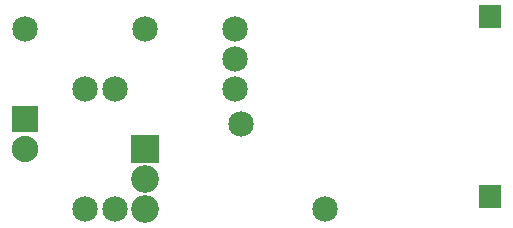
<source format=gts>
G04 MADE WITH FRITZING*
G04 WWW.FRITZING.ORG*
G04 DOUBLE SIDED*
G04 HOLES PLATED*
G04 CONTOUR ON CENTER OF CONTOUR VECTOR*
%ASAXBY*%
%FSLAX23Y23*%
%MOIN*%
%OFA0B0*%
%SFA1.0B1.0*%
%ADD10C,0.075000*%
%ADD11C,0.085000*%
%ADD12C,0.088000*%
%ADD13C,0.092000*%
%ADD14R,0.088000X0.088000*%
%ADD15R,0.092000X0.092000*%
%ADD16R,0.001000X0.001000*%
%LNMASK1*%
G90*
G70*
G54D10*
X1888Y809D03*
X1888Y209D03*
X1888Y809D03*
X1888Y209D03*
G54D11*
X1039Y569D03*
X1039Y669D03*
X1039Y769D03*
X339Y769D03*
X739Y769D03*
G54D12*
X339Y469D03*
X339Y369D03*
G54D13*
X739Y369D03*
X739Y269D03*
X739Y169D03*
G54D11*
X639Y569D03*
X639Y169D03*
X539Y169D03*
X539Y569D03*
X1339Y169D03*
X1056Y452D03*
G54D14*
X339Y469D03*
G54D15*
X739Y369D03*
G54D16*
X1850Y847D02*
X1924Y847D01*
X1850Y846D02*
X1924Y846D01*
X1850Y845D02*
X1924Y845D01*
X1850Y844D02*
X1924Y844D01*
X1850Y843D02*
X1924Y843D01*
X1850Y842D02*
X1924Y842D01*
X1850Y841D02*
X1924Y841D01*
X1850Y840D02*
X1924Y840D01*
X1850Y839D02*
X1924Y839D01*
X1850Y838D02*
X1924Y838D01*
X1850Y837D02*
X1924Y837D01*
X1850Y836D02*
X1924Y836D01*
X1850Y835D02*
X1924Y835D01*
X1850Y834D02*
X1924Y834D01*
X1850Y833D02*
X1924Y833D01*
X1850Y832D02*
X1924Y832D01*
X1850Y831D02*
X1924Y831D01*
X1850Y830D02*
X1924Y830D01*
X1850Y829D02*
X1924Y829D01*
X1850Y828D02*
X1924Y828D01*
X1850Y827D02*
X1885Y827D01*
X1889Y827D02*
X1924Y827D01*
X1850Y826D02*
X1880Y826D01*
X1894Y826D02*
X1924Y826D01*
X1850Y825D02*
X1878Y825D01*
X1896Y825D02*
X1924Y825D01*
X1850Y824D02*
X1877Y824D01*
X1898Y824D02*
X1924Y824D01*
X1850Y823D02*
X1875Y823D01*
X1899Y823D02*
X1924Y823D01*
X1850Y822D02*
X1874Y822D01*
X1900Y822D02*
X1924Y822D01*
X1850Y821D02*
X1873Y821D01*
X1901Y821D02*
X1924Y821D01*
X1850Y820D02*
X1873Y820D01*
X1902Y820D02*
X1924Y820D01*
X1850Y819D02*
X1872Y819D01*
X1902Y819D02*
X1924Y819D01*
X1850Y818D02*
X1871Y818D01*
X1903Y818D02*
X1924Y818D01*
X1850Y817D02*
X1871Y817D01*
X1904Y817D02*
X1924Y817D01*
X1850Y816D02*
X1870Y816D01*
X1904Y816D02*
X1924Y816D01*
X1850Y815D02*
X1870Y815D01*
X1904Y815D02*
X1924Y815D01*
X1850Y814D02*
X1870Y814D01*
X1905Y814D02*
X1924Y814D01*
X1850Y813D02*
X1869Y813D01*
X1905Y813D02*
X1924Y813D01*
X1850Y812D02*
X1869Y812D01*
X1905Y812D02*
X1924Y812D01*
X1850Y811D02*
X1869Y811D01*
X1905Y811D02*
X1924Y811D01*
X1850Y810D02*
X1869Y810D01*
X1905Y810D02*
X1924Y810D01*
X1850Y809D02*
X1869Y809D01*
X1905Y809D02*
X1924Y809D01*
X1850Y808D02*
X1869Y808D01*
X1905Y808D02*
X1924Y808D01*
X1850Y807D02*
X1869Y807D01*
X1905Y807D02*
X1924Y807D01*
X1850Y806D02*
X1869Y806D01*
X1905Y806D02*
X1924Y806D01*
X1850Y805D02*
X1870Y805D01*
X1904Y805D02*
X1924Y805D01*
X1850Y804D02*
X1870Y804D01*
X1904Y804D02*
X1924Y804D01*
X1850Y803D02*
X1870Y803D01*
X1904Y803D02*
X1924Y803D01*
X1850Y802D02*
X1871Y802D01*
X1903Y802D02*
X1924Y802D01*
X1850Y801D02*
X1871Y801D01*
X1903Y801D02*
X1924Y801D01*
X1850Y800D02*
X1872Y800D01*
X1902Y800D02*
X1924Y800D01*
X1850Y799D02*
X1873Y799D01*
X1901Y799D02*
X1924Y799D01*
X1850Y798D02*
X1874Y798D01*
X1901Y798D02*
X1924Y798D01*
X1850Y797D02*
X1875Y797D01*
X1900Y797D02*
X1924Y797D01*
X1850Y796D02*
X1876Y796D01*
X1898Y796D02*
X1924Y796D01*
X1850Y795D02*
X1877Y795D01*
X1897Y795D02*
X1924Y795D01*
X1850Y794D02*
X1879Y794D01*
X1895Y794D02*
X1924Y794D01*
X1850Y793D02*
X1881Y793D01*
X1893Y793D02*
X1924Y793D01*
X1850Y792D02*
X1924Y792D01*
X1850Y791D02*
X1924Y791D01*
X1850Y790D02*
X1924Y790D01*
X1850Y789D02*
X1924Y789D01*
X1850Y788D02*
X1924Y788D01*
X1850Y787D02*
X1924Y787D01*
X1850Y786D02*
X1924Y786D01*
X1850Y785D02*
X1924Y785D01*
X1850Y784D02*
X1924Y784D01*
X1850Y783D02*
X1924Y783D01*
X1850Y782D02*
X1924Y782D01*
X1850Y781D02*
X1924Y781D01*
X1850Y780D02*
X1924Y780D01*
X1850Y779D02*
X1924Y779D01*
X1850Y778D02*
X1924Y778D01*
X1850Y777D02*
X1924Y777D01*
X1850Y776D02*
X1924Y776D01*
X1850Y775D02*
X1924Y775D01*
X1850Y774D02*
X1924Y774D01*
X1850Y773D02*
X1924Y773D01*
X1850Y247D02*
X1924Y247D01*
X1850Y246D02*
X1924Y246D01*
X1850Y245D02*
X1924Y245D01*
X1850Y244D02*
X1924Y244D01*
X1850Y243D02*
X1924Y243D01*
X1850Y242D02*
X1924Y242D01*
X1850Y241D02*
X1924Y241D01*
X1850Y240D02*
X1924Y240D01*
X1850Y239D02*
X1924Y239D01*
X1850Y238D02*
X1924Y238D01*
X1850Y237D02*
X1924Y237D01*
X1850Y236D02*
X1924Y236D01*
X1850Y235D02*
X1924Y235D01*
X1850Y234D02*
X1924Y234D01*
X1850Y233D02*
X1924Y233D01*
X1850Y232D02*
X1924Y232D01*
X1850Y231D02*
X1924Y231D01*
X1850Y230D02*
X1924Y230D01*
X1850Y229D02*
X1924Y229D01*
X1850Y228D02*
X1924Y228D01*
X1850Y227D02*
X1882Y227D01*
X1893Y227D02*
X1924Y227D01*
X1850Y226D02*
X1879Y226D01*
X1895Y226D02*
X1924Y226D01*
X1850Y225D02*
X1877Y225D01*
X1897Y225D02*
X1924Y225D01*
X1850Y224D02*
X1876Y224D01*
X1898Y224D02*
X1924Y224D01*
X1850Y223D02*
X1875Y223D01*
X1900Y223D02*
X1924Y223D01*
X1850Y222D02*
X1874Y222D01*
X1901Y222D02*
X1924Y222D01*
X1850Y221D02*
X1873Y221D01*
X1901Y221D02*
X1924Y221D01*
X1850Y220D02*
X1872Y220D01*
X1902Y220D02*
X1924Y220D01*
X1850Y219D02*
X1871Y219D01*
X1903Y219D02*
X1924Y219D01*
X1850Y218D02*
X1871Y218D01*
X1903Y218D02*
X1924Y218D01*
X1850Y217D02*
X1870Y217D01*
X1904Y217D02*
X1924Y217D01*
X1850Y216D02*
X1870Y216D01*
X1904Y216D02*
X1924Y216D01*
X1850Y215D02*
X1870Y215D01*
X1904Y215D02*
X1924Y215D01*
X1850Y214D02*
X1869Y214D01*
X1905Y214D02*
X1924Y214D01*
X1850Y213D02*
X1869Y213D01*
X1905Y213D02*
X1924Y213D01*
X1850Y212D02*
X1869Y212D01*
X1905Y212D02*
X1924Y212D01*
X1850Y211D02*
X1869Y211D01*
X1905Y211D02*
X1924Y211D01*
X1850Y210D02*
X1869Y210D01*
X1905Y210D02*
X1924Y210D01*
X1850Y209D02*
X1869Y209D01*
X1905Y209D02*
X1924Y209D01*
X1850Y208D02*
X1869Y208D01*
X1905Y208D02*
X1924Y208D01*
X1850Y207D02*
X1869Y207D01*
X1905Y207D02*
X1924Y207D01*
X1850Y206D02*
X1870Y206D01*
X1905Y206D02*
X1924Y206D01*
X1850Y205D02*
X1870Y205D01*
X1904Y205D02*
X1924Y205D01*
X1850Y204D02*
X1870Y204D01*
X1904Y204D02*
X1924Y204D01*
X1850Y203D02*
X1871Y203D01*
X1904Y203D02*
X1924Y203D01*
X1850Y202D02*
X1871Y202D01*
X1903Y202D02*
X1924Y202D01*
X1850Y201D02*
X1872Y201D01*
X1902Y201D02*
X1924Y201D01*
X1850Y200D02*
X1872Y200D01*
X1902Y200D02*
X1924Y200D01*
X1850Y199D02*
X1873Y199D01*
X1901Y199D02*
X1924Y199D01*
X1850Y198D02*
X1874Y198D01*
X1900Y198D02*
X1924Y198D01*
X1850Y197D02*
X1875Y197D01*
X1899Y197D02*
X1924Y197D01*
X1850Y196D02*
X1877Y196D01*
X1898Y196D02*
X1924Y196D01*
X1850Y195D02*
X1878Y195D01*
X1896Y195D02*
X1924Y195D01*
X1850Y194D02*
X1880Y194D01*
X1894Y194D02*
X1924Y194D01*
X1850Y193D02*
X1884Y193D01*
X1890Y193D02*
X1924Y193D01*
X1850Y192D02*
X1924Y192D01*
X1850Y191D02*
X1924Y191D01*
X1850Y190D02*
X1924Y190D01*
X1850Y189D02*
X1924Y189D01*
X1850Y188D02*
X1924Y188D01*
X1850Y187D02*
X1924Y187D01*
X1850Y186D02*
X1924Y186D01*
X1850Y185D02*
X1924Y185D01*
X1850Y184D02*
X1924Y184D01*
X1850Y183D02*
X1924Y183D01*
X1850Y182D02*
X1924Y182D01*
X1850Y181D02*
X1924Y181D01*
X1850Y180D02*
X1924Y180D01*
X1850Y179D02*
X1924Y179D01*
X1850Y178D02*
X1924Y178D01*
X1850Y177D02*
X1924Y177D01*
X1850Y176D02*
X1924Y176D01*
X1850Y175D02*
X1924Y175D01*
X1850Y174D02*
X1924Y174D01*
X1850Y173D02*
X1924Y173D01*
D02*
G04 End of Mask1*
M02*
</source>
